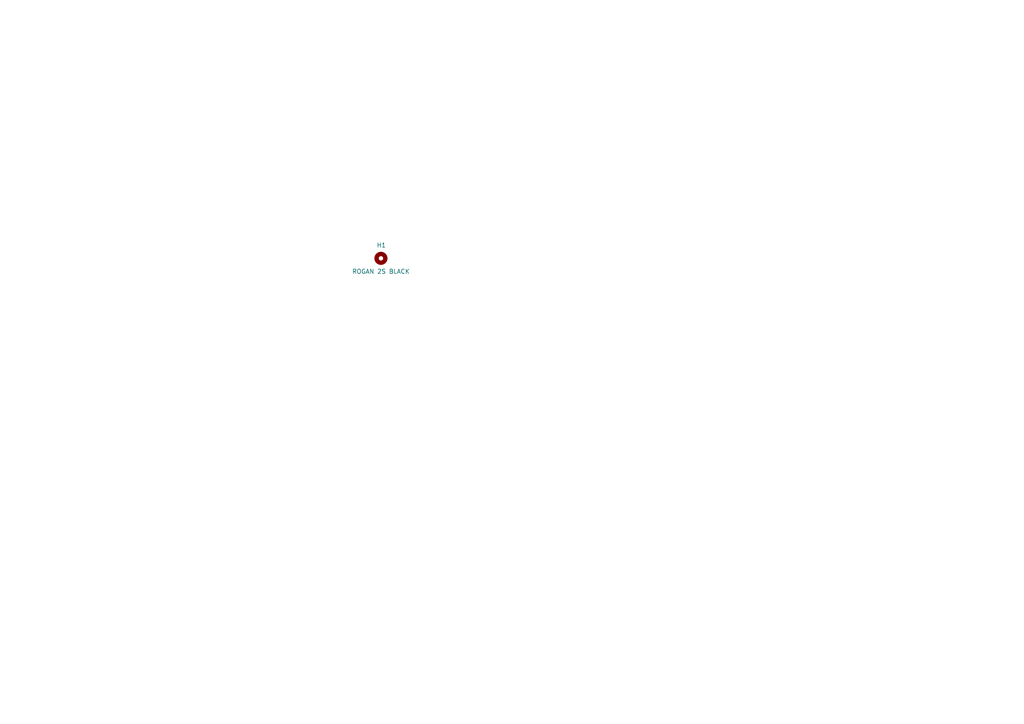
<source format=kicad_sch>
(kicad_sch (version 20211123) (generator eeschema)
  (paper "A4")
  (lib_symbols
    (symbol "Mechanical:MountingHole" (pin_names (offset 1.016))
      (property "Reference" "H" (at 0 5.08 0))
      (property "Value" "MountingHole" (at 0 3.175 0))
      (symbol "MountingHole_0_1"
        (circle (center 0 0) (radius 1.27) (stroke (width 1.27)))
      )
    )
  )
  (symbol (lib_id "Mechanical:MountingHole") (at 110.49 74.93 90) (mirror x) (unit 1)
    (property "Reference" "H1" (at 109.22 71.12 90) (effects (justify right)))
    (property "Value" "ROGAN 2S BLACK" (at 110.49 78.74 90))
    (property "Footprint" "Empty:Empty" (effects hide))
    (property "Device" "Knob" (effects hide))
    (property "Description" "2S - Medium Encoder BLACK (D Shaft) - Rogan PT Plastic Knob" (effects hide))
    (property "Place" "No" (effects hide))
    (property "Dist" "Thonk" (effects hide))
    (property "DistLink" "https://www.thonk.co.uk/shop/make-noise-mutable-style-knobs/" (effects hide))
    (property "Remarks" "Choose Black" (effects hide))
  )
)
</source>
